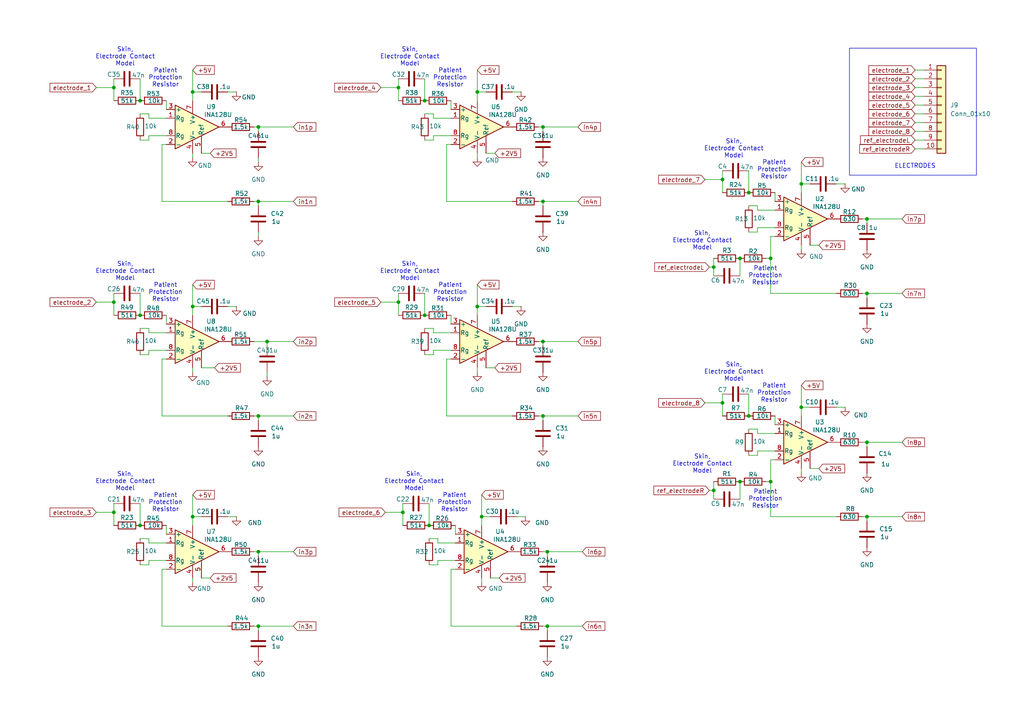
<source format=kicad_sch>
(kicad_sch (version 20231120) (generator "eeschema") (generator_version "8.0")
  (paper "A4")
  (junction (at 232.41 118.11))
  (junction (at 209.55 116.84))
  (junction (at 74.93 181.61))
  (junction (at 40.64 29.21))
  (junction (at 40.64 91.44))
  (junction (at 55.88 26.67))
  (junction (at 251.46 128.27))
  (junction (at 138.43 88.9))
  (junction (at 55.88 149.86))
  (junction (at 74.93 120.65))
  (junction (at 33.02 148.59))
  (junction (at 157.48 58.42))
  (junction (at 251.46 63.5))
  (junction (at 77.47 99.06))
  (junction (at 115.57 87.63))
  (junction (at 158.75 160.02))
  (junction (at 138.43 26.67))
  (junction (at 33.02 87.63))
  (junction (at 116.84 148.59))
  (junction (at 157.48 99.06))
  (junction (at 33.02 25.4))
  (junction (at 115.57 25.4))
  (junction (at 74.93 58.42))
  (junction (at 55.88 88.9))
  (junction (at 158.75 181.61))
  (junction (at 217.17 55.88))
  (junction (at 123.19 29.21))
  (junction (at 74.93 160.02))
  (junction (at 139.7 149.86))
  (junction (at 232.41 53.34))
  (junction (at 214.63 74.93))
  (junction (at 124.46 152.4))
  (junction (at 209.55 52.07))
  (junction (at 251.46 85.09))
  (junction (at 217.17 120.65))
  (junction (at 214.63 139.7))
  (junction (at 251.46 149.86))
  (junction (at 157.48 36.83))
  (junction (at 40.64 152.4))
  (junction (at 157.48 120.65))
  (junction (at 223.52 74.93))
  (junction (at 123.19 91.44))
  (junction (at 223.52 139.7))
  (junction (at 207.01 142.24))
  (junction (at 74.93 36.83))
  (junction (at 207.01 77.47))
  (wire (pts (xy 204.47 52.07) (xy 209.55 52.07)))
  (wire (pts (xy 132.08 157.48) (xy 127 157.48)))
  (wire (pts (xy 73.66 160.02) (xy 74.93 160.02)))
  (wire (pts (xy 43.18 102.87) (xy 40.64 102.87)))
  (wire (pts (xy 73.66 58.42) (xy 74.93 58.42)))
  (wire (pts (xy 55.88 26.67) (xy 58.42 26.67)))
  (wire (pts (xy 123.19 22.86) (xy 123.19 29.21)))
  (wire (pts (xy 138.43 91.44) (xy 138.43 88.9)))
  (wire (pts (xy 73.66 120.65) (xy 74.93 120.65)))
  (wire (pts (xy 48.26 91.44) (xy 48.26 93.98)))
  (wire (pts (xy 48.26 152.4) (xy 48.26 154.94)))
  (wire (pts (xy 77.47 99.06) (xy 85.09 99.06)))
  (wire (pts (xy 156.21 58.42) (xy 157.48 58.42)))
  (wire (pts (xy 74.93 67.31) (xy 74.93 68.58)))
  (wire (pts (xy 27.94 87.63) (xy 33.02 87.63)))
  (wire (pts (xy 48.26 162.56) (xy 43.18 162.56)))
  (wire (pts (xy 209.55 114.3) (xy 209.55 116.84)))
  (wire (pts (xy 115.57 25.4) (xy 115.57 29.21)))
  (wire (pts (xy 157.48 181.61) (xy 158.75 181.61)))
  (wire (pts (xy 251.46 128.27) (xy 251.46 129.54)))
  (wire (pts (xy 219.71 60.96) (xy 219.71 59.69)))
  (wire (pts (xy 157.48 160.02) (xy 158.75 160.02)))
  (wire (pts (xy 132.08 162.56) (xy 127 162.56)))
  (wire (pts (xy 148.59 26.67) (xy 151.13 26.67)))
  (wire (pts (xy 219.71 125.73) (xy 219.71 124.46)))
  (wire (pts (xy 205.74 142.24) (xy 207.01 142.24)))
  (wire (pts (xy 224.79 66.04) (xy 219.71 66.04)))
  (wire (pts (xy 116.84 146.05) (xy 116.84 148.59)))
  (wire (pts (xy 232.41 71.12) (xy 232.41 72.39)))
  (wire (pts (xy 73.66 181.61) (xy 74.93 181.61)))
  (wire (pts (xy 214.63 139.7) (xy 214.63 144.78)))
  (wire (pts (xy 55.88 152.4) (xy 55.88 149.86)))
  (wire (pts (xy 219.71 67.31) (xy 217.17 67.31)))
  (wire (pts (xy 149.86 181.61) (xy 130.81 181.61)))
  (wire (pts (xy 43.18 101.6) (xy 43.18 102.87)))
  (wire (pts (xy 251.46 63.5) (xy 261.62 63.5)))
  (wire (pts (xy 223.52 139.7) (xy 223.52 149.86)))
  (wire (pts (xy 224.79 125.73) (xy 219.71 125.73)))
  (wire (pts (xy 265.43 43.18) (xy 267.97 43.18)))
  (wire (pts (xy 237.49 135.89) (xy 234.95 135.89)))
  (wire (pts (xy 157.48 58.42) (xy 167.64 58.42)))
  (wire (pts (xy 242.57 53.34) (xy 245.11 53.34)))
  (wire (pts (xy 77.47 99.06) (xy 77.47 100.33)))
  (wire (pts (xy 74.93 181.61) (xy 74.93 182.88)))
  (wire (pts (xy 232.41 118.11) (xy 234.95 118.11)))
  (wire (pts (xy 217.17 49.53) (xy 217.17 55.88)))
  (wire (pts (xy 157.48 36.83) (xy 157.48 38.1)))
  (wire (pts (xy 125.73 101.6) (xy 125.73 102.87)))
  (wire (pts (xy 43.18 39.37) (xy 43.18 40.64)))
  (wire (pts (xy 55.88 106.68) (xy 55.88 107.95)))
  (wire (pts (xy 55.88 149.86) (xy 58.42 149.86)))
  (wire (pts (xy 158.75 181.61) (xy 168.91 181.61)))
  (wire (pts (xy 110.49 25.4) (xy 115.57 25.4)))
  (wire (pts (xy 232.41 111.76) (xy 232.41 118.11)))
  (wire (pts (xy 48.26 34.29) (xy 43.18 34.29)))
  (wire (pts (xy 219.71 59.69) (xy 217.17 59.69)))
  (wire (pts (xy 130.81 91.44) (xy 130.81 93.98)))
  (wire (pts (xy 40.64 146.05) (xy 40.64 152.4)))
  (wire (pts (xy 130.81 101.6) (xy 125.73 101.6)))
  (wire (pts (xy 123.19 85.09) (xy 123.19 91.44)))
  (wire (pts (xy 125.73 96.52) (xy 125.73 95.25)))
  (wire (pts (xy 48.26 157.48) (xy 43.18 157.48)))
  (wire (pts (xy 125.73 102.87) (xy 123.19 102.87)))
  (wire (pts (xy 40.64 22.86) (xy 40.64 29.21)))
  (wire (pts (xy 265.43 25.4) (xy 267.97 25.4)))
  (wire (pts (xy 48.26 104.14) (xy 46.99 104.14)))
  (wire (pts (xy 46.99 165.1) (xy 46.99 181.61)))
  (wire (pts (xy 74.93 36.83) (xy 85.09 36.83)))
  (wire (pts (xy 209.55 52.07) (xy 209.55 55.88)))
  (wire (pts (xy 125.73 34.29) (xy 125.73 33.02)))
  (wire (pts (xy 43.18 162.56) (xy 43.18 163.83)))
  (wire (pts (xy 158.75 160.02) (xy 168.91 160.02)))
  (wire (pts (xy 157.48 99.06) (xy 157.48 100.33)))
  (wire (pts (xy 265.43 35.56) (xy 267.97 35.56)))
  (wire (pts (xy 158.75 181.61) (xy 158.75 182.88)))
  (wire (pts (xy 115.57 22.86) (xy 115.57 25.4)))
  (wire (pts (xy 33.02 25.4) (xy 33.02 29.21)))
  (wire (pts (xy 125.73 33.02) (xy 123.19 33.02)))
  (wire (pts (xy 127 162.56) (xy 127 163.83)))
  (wire (pts (xy 74.93 58.42) (xy 85.09 58.42)))
  (wire (pts (xy 232.41 135.89) (xy 232.41 137.16)))
  (wire (pts (xy 33.02 146.05) (xy 33.02 148.59)))
  (wire (pts (xy 132.08 165.1) (xy 130.81 165.1)))
  (wire (pts (xy 43.18 96.52) (xy 43.18 95.25)))
  (wire (pts (xy 48.26 101.6) (xy 43.18 101.6)))
  (wire (pts (xy 130.81 104.14) (xy 129.54 104.14)))
  (wire (pts (xy 127 157.48) (xy 127 156.21)))
  (wire (pts (xy 138.43 82.55) (xy 138.43 88.9)))
  (wire (pts (xy 74.93 120.65) (xy 74.93 121.92)))
  (wire (pts (xy 116.84 148.59) (xy 116.84 152.4)))
  (wire (pts (xy 250.19 128.27) (xy 251.46 128.27)))
  (wire (pts (xy 157.48 120.65) (xy 157.48 121.92)))
  (wire (pts (xy 139.7 167.64) (xy 139.7 168.91)))
  (wire (pts (xy 242.57 85.09) (xy 223.52 85.09)))
  (wire (pts (xy 55.88 29.21) (xy 55.88 26.67)))
  (wire (pts (xy 265.43 38.1) (xy 267.97 38.1)))
  (wire (pts (xy 74.93 120.65) (xy 85.09 120.65)))
  (wire (pts (xy 66.04 120.65) (xy 46.99 120.65)))
  (wire (pts (xy 127 163.83) (xy 124.46 163.83)))
  (wire (pts (xy 60.96 167.64) (xy 58.42 167.64)))
  (wire (pts (xy 55.88 20.32) (xy 55.88 26.67)))
  (wire (pts (xy 138.43 106.68) (xy 138.43 107.95)))
  (wire (pts (xy 251.46 149.86) (xy 261.62 149.86)))
  (wire (pts (xy 125.73 95.25) (xy 123.19 95.25)))
  (wire (pts (xy 111.76 148.59) (xy 116.84 148.59)))
  (wire (pts (xy 62.23 106.68) (xy 58.42 106.68)))
  (wire (pts (xy 219.71 124.46) (xy 217.17 124.46)))
  (wire (pts (xy 148.59 58.42) (xy 129.54 58.42)))
  (wire (pts (xy 55.88 82.55) (xy 55.88 88.9)))
  (wire (pts (xy 43.18 156.21) (xy 40.64 156.21)))
  (wire (pts (xy 46.99 104.14) (xy 46.99 120.65)))
  (wire (pts (xy 74.93 160.02) (xy 74.93 161.29)))
  (wire (pts (xy 157.48 120.65) (xy 167.64 120.65)))
  (wire (pts (xy 251.46 85.09) (xy 251.46 86.36)))
  (wire (pts (xy 242.57 149.86) (xy 223.52 149.86)))
  (wire (pts (xy 205.74 77.47) (xy 207.01 77.47)))
  (wire (pts (xy 157.48 58.42) (xy 157.48 59.69)))
  (wire (pts (xy 251.46 63.5) (xy 251.46 64.77)))
  (wire (pts (xy 250.19 149.86) (xy 251.46 149.86)))
  (wire (pts (xy 48.26 165.1) (xy 46.99 165.1)))
  (wire (pts (xy 250.19 85.09) (xy 251.46 85.09)))
  (wire (pts (xy 139.7 152.4) (xy 139.7 149.86)))
  (wire (pts (xy 224.79 60.96) (xy 219.71 60.96)))
  (wire (pts (xy 125.73 39.37) (xy 125.73 40.64)))
  (wire (pts (xy 110.49 87.63) (xy 115.57 87.63)))
  (wire (pts (xy 27.94 25.4) (xy 33.02 25.4)))
  (wire (pts (xy 115.57 85.09) (xy 115.57 87.63)))
  (wire (pts (xy 130.81 165.1) (xy 130.81 181.61)))
  (wire (pts (xy 74.93 36.83) (xy 74.93 38.1)))
  (wire (pts (xy 48.26 41.91) (xy 46.99 41.91)))
  (wire (pts (xy 158.75 160.02) (xy 158.75 161.29)))
  (wire (pts (xy 74.93 45.72) (xy 74.93 46.99)))
  (wire (pts (xy 148.59 88.9) (xy 151.13 88.9)))
  (wire (pts (xy 157.48 36.83) (xy 167.64 36.83)))
  (wire (pts (xy 224.79 133.35) (xy 223.52 133.35)))
  (wire (pts (xy 55.88 88.9) (xy 58.42 88.9)))
  (wire (pts (xy 43.18 34.29) (xy 43.18 33.02)))
  (wire (pts (xy 219.71 132.08) (xy 217.17 132.08)))
  (wire (pts (xy 43.18 33.02) (xy 40.64 33.02)))
  (wire (pts (xy 33.02 148.59) (xy 33.02 152.4)))
  (wire (pts (xy 207.01 142.24) (xy 207.01 144.78)))
  (wire (pts (xy 33.02 85.09) (xy 33.02 87.63)))
  (wire (pts (xy 149.86 149.86) (xy 152.4 149.86)))
  (wire (pts (xy 27.94 148.59) (xy 33.02 148.59)))
  (wire (pts (xy 219.71 130.81) (xy 219.71 132.08)))
  (wire (pts (xy 55.88 91.44) (xy 55.88 88.9)))
  (wire (pts (xy 156.21 36.83) (xy 157.48 36.83)))
  (wire (pts (xy 223.52 74.93) (xy 222.25 74.93)))
  (wire (pts (xy 66.04 88.9) (xy 68.58 88.9)))
  (wire (pts (xy 251.46 128.27) (xy 261.62 128.27)))
  (wire (pts (xy 124.46 146.05) (xy 124.46 152.4)))
  (wire (pts (xy 130.81 29.21) (xy 130.81 31.75)))
  (wire (pts (xy 129.54 41.91) (xy 129.54 58.42)))
  (wire (pts (xy 224.79 68.58) (xy 223.52 68.58)))
  (wire (pts (xy 48.26 29.21) (xy 48.26 31.75)))
  (wire (pts (xy 143.51 106.68) (xy 140.97 106.68)))
  (wire (pts (xy 129.54 104.14) (xy 129.54 120.65)))
  (wire (pts (xy 207.01 77.47) (xy 207.01 80.01)))
  (wire (pts (xy 224.79 55.88) (xy 224.79 58.42)))
  (wire (pts (xy 138.43 88.9) (xy 140.97 88.9)))
  (wire (pts (xy 130.81 34.29) (xy 125.73 34.29)))
  (wire (pts (xy 251.46 149.86) (xy 251.46 151.13)))
  (wire (pts (xy 132.08 152.4) (xy 132.08 154.94)))
  (wire (pts (xy 237.49 71.12) (xy 234.95 71.12)))
  (wire (pts (xy 144.78 167.64) (xy 142.24 167.64)))
  (wire (pts (xy 207.01 74.93) (xy 207.01 77.47)))
  (wire (pts (xy 223.52 139.7) (xy 222.25 139.7)))
  (wire (pts (xy 46.99 41.91) (xy 46.99 58.42)))
  (wire (pts (xy 143.51 44.45) (xy 140.97 44.45)))
  (wire (pts (xy 33.02 87.63) (xy 33.02 91.44)))
  (wire (pts (xy 43.18 95.25) (xy 40.64 95.25)))
  (wire (pts (xy 55.88 44.45) (xy 55.88 45.72)))
  (wire (pts (xy 40.64 85.09) (xy 40.64 91.44)))
  (wire (pts (xy 55.88 167.64) (xy 55.88 168.91)))
  (wire (pts (xy 217.17 114.3) (xy 217.17 120.65)))
  (wire (pts (xy 265.43 20.32) (xy 267.97 20.32)))
  (wire (pts (xy 43.18 157.48) (xy 43.18 156.21)))
  (wire (pts (xy 224.79 120.65) (xy 224.79 123.19)))
  (wire (pts (xy 157.48 99.06) (xy 167.64 99.06)))
  (wire (pts (xy 232.41 46.99) (xy 232.41 53.34)))
  (wire (pts (xy 60.96 44.45) (xy 58.42 44.45)))
  (wire (pts (xy 219.71 66.04) (xy 219.71 67.31)))
  (wire (pts (xy 207.01 139.7) (xy 207.01 142.24)))
  (wire (pts (xy 77.47 107.95) (xy 77.47 109.22)))
  (wire (pts (xy 232.41 120.65) (xy 232.41 118.11)))
  (wire (pts (xy 223.52 74.93) (xy 223.52 85.09)))
  (wire (pts (xy 115.57 87.63) (xy 115.57 91.44)))
  (wire (pts (xy 148.59 120.65) (xy 129.54 120.65)))
  (wire (pts (xy 265.43 33.02) (xy 267.97 33.02)))
  (wire (pts (xy 66.04 181.61) (xy 46.99 181.61)))
  (wire (pts (xy 74.93 58.42) (xy 74.93 59.69)))
  (wire (pts (xy 130.81 96.52) (xy 125.73 96.52)))
  (wire (pts (xy 156.21 99.06) (xy 157.48 99.06)))
  (wire (pts (xy 265.43 40.64) (xy 267.97 40.64)))
  (wire (pts (xy 214.63 74.93) (xy 214.63 80.01)))
  (wire (pts (xy 125.73 40.64) (xy 123.19 40.64)))
  (wire (pts (xy 43.18 163.83) (xy 40.64 163.83)))
  (wire (pts (xy 156.21 120.65) (xy 157.48 120.65)))
  (wire (pts (xy 73.66 36.83) (xy 74.93 36.83)))
  (wire (pts (xy 265.43 30.48) (xy 267.97 30.48)))
  (wire (pts (xy 138.43 44.45) (xy 138.43 45.72)))
  (wire (pts (xy 223.52 68.58) (xy 223.52 74.93)))
  (wire (pts (xy 55.88 143.51) (xy 55.88 149.86)))
  (wire (pts (xy 73.66 99.06) (xy 77.47 99.06)))
  (wire (pts (xy 265.43 27.94) (xy 267.97 27.94)))
  (wire (pts (xy 251.46 85.09) (xy 261.62 85.09)))
  (wire (pts (xy 127 156.21) (xy 124.46 156.21)))
  (wire (pts (xy 48.26 96.52) (xy 43.18 96.52)))
  (wire (pts (xy 138.43 26.67) (xy 140.97 26.67)))
  (wire (pts (xy 74.93 181.61) (xy 85.09 181.61)))
  (wire (pts (xy 48.26 39.37) (xy 43.18 39.37)))
  (wire (pts (xy 242.57 118.11) (xy 245.11 118.11)))
  (wire (pts (xy 139.7 143.51) (xy 139.7 149.86)))
  (wire (pts (xy 43.18 40.64) (xy 40.64 40.64)))
  (wire (pts (xy 130.81 41.91) (xy 129.54 41.91)))
  (wire (pts (xy 224.79 130.81) (xy 219.71 130.81)))
  (wire (pts (xy 66.04 149.86) (xy 68.58 149.86)))
  (wire (pts (xy 138.43 29.21) (xy 138.43 26.67)))
  (wire (pts (xy 66.04 26.67) (xy 68.58 26.67)))
  (wire (pts (xy 232.41 55.88) (xy 232.41 53.34)))
  (wire (pts (xy 265.43 22.86) (xy 267.97 22.86)))
  (wire (pts (xy 232.41 53.34) (xy 234.95 53.34)))
  (wire (pts (xy 250.19 63.5) (xy 251.46 63.5)))
  (wire (pts (xy 139.7 149.86) (xy 142.24 149.86)))
  (wire (pts (xy 138.43 20.32) (xy 138.43 26.67)))
  (wire (pts (xy 66.04 58.42) (xy 46.99 58.42)))
  (wire (pts (xy 204.47 116.84) (xy 209.55 116.84)))
  (wire (pts (xy 209.55 116.84) (xy 209.55 120.65)))
  (wire (pts (xy 209.55 49.53) (xy 209.55 52.07)))
  (wire (pts (xy 33.02 22.86) (xy 33.02 25.4)))
  (wire (pts (xy 130.81 39.37) (xy 125.73 39.37)))
  (wire (pts (xy 74.93 160.02) (xy 85.09 160.02)))
  (wire (pts (xy 223.52 133.35) (xy 223.52 139.7)))
  (rectangle (start 246.38 13.97) (end 283.21 50.8))
  (text "Skin,\nElectrode Contact\nModel" (at 36.322 78.74 0) (effects (font (size 1.27 1.27))))
  (text "Skin,\nElectrode Contact\nModel" (at 36.322 16.51 0) (effects (font (size 1.27 1.27))))
  (text "Skin,\nElectrode Contact\nModel" (at 212.852 107.95 0) (effects (font (size 1.27 1.27))))
  (text "Skin,\nElectrode Contact\nModel" (at 203.708 69.85 0) (effects (font (size 1.27 1.27))))
  (text "Skin,\nElectrode Contact\nModel" (at 118.872 78.74 0) (effects (font (size 1.27 1.27))))
  (text "Patient\nProtection\nResistor" (at 221.996 80.01 0) (effects (font (size 1.27 1.27))))
  (text "Patient\nProtection\nResistor" (at 224.536 114.046 0) (effects (font (size 1.27 1.27))))
  (text "Patient\nProtection\nResistor" (at 224.536 49.276 0) (effects (font (size 1.27 1.27))))
  (text "Patient\nProtection\nResistor" (at 130.556 22.606 0) (effects (font (size 1.27 1.27))))
  (text "Skin,\nElectrode Contact\nModel" (at 118.872 16.51 0) (effects (font (size 1.27 1.27))))
  (text "Skin,\nElectrode Contact\nModel" (at 36.322 139.7 0) (effects (font (size 1.27 1.27))))
  (text "Patient\nProtection\nResistor" (at 48.006 22.606 0) (effects (font (size 1.27 1.27))))
  (text "Skin,\nElectrode Contact\nModel" (at 120.142 139.7 0) (effects (font (size 1.27 1.27))))
  (text "Patient\nProtection\nResistor" (at 48.006 84.836 0) (effects (font (size 1.27 1.27))))
  (text "Patient\nProtection\nResistor" (at 221.996 144.78 0) (effects (font (size 1.27 1.27))))
  (text "Skin,\nElectrode Contact\nModel" (at 203.708 134.62 0) (effects (font (size 1.27 1.27))))
  (text "Skin,\nElectrode Contact\nModel" (at 212.852 43.18 0) (effects (font (size 1.27 1.27))))
  (text "Patient\nProtection\nResistor" (at 130.556 84.836 0) (effects (font (size 1.27 1.27))))
  (text "Patient\nProtection\nResistor" (at 131.826 145.796 0) (effects (font (size 1.27 1.27))))
  (text "ELECTRODES" (at 265.43 48.26 0) (effects (font (size 1.27 1.27))))
  (text "Patient\nProtection\nResistor" (at 48.006 145.796 0) (effects (font (size 1.27 1.27))))
  (global_label "+2V5" (shape input) (at 143.51 106.68 0) (property "Intersheetrefs" "${INTERSHEET_REFS}" (effects (hide yes))))
  (global_label "in7n" (shape input) (at 261.62 85.09 0) (property "Intersheetrefs" "${INTERSHEET_REFS}" (effects (hide yes))))
  (global_label "ref_electrodeL" (shape input) (at 265.43 40.64 180) (property "Intersheetrefs" "${INTERSHEET_REFS}" (effects (hide yes))))
  (global_label "in1p" (shape input) (at 85.09 36.83 0) (property "Intersheetrefs" "${INTERSHEET_REFS}" (effects (hide yes))))
  (global_label "+5V" (shape input) (at 138.43 20.32 0) (property "Intersheetrefs" "${INTERSHEET_REFS}" (effects (hide yes))))
  (global_label "electrode_2" (shape input) (at 265.43 22.86 180) (property "Intersheetrefs" "${INTERSHEET_REFS}" (effects (hide yes))))
  (global_label "in2n" (shape input) (at 85.09 120.65 0) (property "Intersheetrefs" "${INTERSHEET_REFS}" (effects (hide yes))))
  (global_label "in4p" (shape input) (at 167.64 36.83 0) (property "Intersheetrefs" "${INTERSHEET_REFS}" (effects (hide yes))))
  (global_label "electrode_5" (shape input) (at 265.43 30.48 180) (property "Intersheetrefs" "${INTERSHEET_REFS}" (effects (hide yes))))
  (global_label "in5n" (shape input) (at 167.64 120.65 0) (property "Intersheetrefs" "${INTERSHEET_REFS}" (effects (hide yes))))
  (global_label "electrode_8" (shape input) (at 265.43 38.1 180) (property "Intersheetrefs" "${INTERSHEET_REFS}" (effects (hide yes))))
  (global_label "electrode_6" (shape input) (at 111.76 148.59 180) (property "Intersheetrefs" "${INTERSHEET_REFS}" (effects (hide yes))))
  (global_label "electrode_6" (shape input) (at 265.43 33.02 180) (property "Intersheetrefs" "${INTERSHEET_REFS}" (effects (hide yes))))
  (global_label "+2V5" (shape input) (at 143.51 44.45 0) (property "Intersheetrefs" "${INTERSHEET_REFS}" (effects (hide yes))))
  (global_label "+5V" (shape input) (at 232.41 46.99 0) (property "Intersheetrefs" "${INTERSHEET_REFS}" (effects (hide yes))))
  (global_label "electrode_2" (shape input) (at 27.94 87.63 180) (property "Intersheetrefs" "${INTERSHEET_REFS}" (effects (hide yes))))
  (global_label "ref_electrodeR" (shape input) (at 265.43 43.18 180) (property "Intersheetrefs" "${INTERSHEET_REFS}" (effects (hide yes))))
  (global_label "+5V" (shape input) (at 139.7 143.51 0) (property "Intersheetrefs" "${INTERSHEET_REFS}" (effects (hide yes))))
  (global_label "+5V" (shape input) (at 232.41 111.76 0) (property "Intersheetrefs" "${INTERSHEET_REFS}" (effects (hide yes))))
  (global_label "in3p" (shape input) (at 85.09 160.02 0) (property "Intersheetrefs" "${INTERSHEET_REFS}" (effects (hide yes))))
  (global_label "electrode_1" (shape input) (at 265.43 20.32 180) (property "Intersheetrefs" "${INTERSHEET_REFS}" (effects (hide yes))))
  (global_label "+5V" (shape input) (at 55.88 20.32 0) (property "Intersheetrefs" "${INTERSHEET_REFS}" (effects (hide yes))))
  (global_label "in5p" (shape input) (at 167.64 99.06 0) (property "Intersheetrefs" "${INTERSHEET_REFS}" (effects (hide yes))))
  (global_label "electrode_4" (shape input) (at 110.49 25.4 180) (property "Intersheetrefs" "${INTERSHEET_REFS}" (effects (hide yes))))
  (global_label "ref_electrodeR" (shape input) (at 205.74 142.24 180) (property "Intersheetrefs" "${INTERSHEET_REFS}" (effects (hide yes))))
  (global_label "+5V" (shape input) (at 55.88 143.51 0) (property "Intersheetrefs" "${INTERSHEET_REFS}" (effects (hide yes))))
  (global_label "in4n" (shape input) (at 167.64 58.42 0) (property "Intersheetrefs" "${INTERSHEET_REFS}" (effects (hide yes))))
  (global_label "in6p" (shape input) (at 168.91 160.02 0) (property "Intersheetrefs" "${INTERSHEET_REFS}" (effects (hide yes))))
  (global_label "+2V5" (shape input) (at 60.96 167.64 0) (property "Intersheetrefs" "${INTERSHEET_REFS}" (effects (hide yes))))
  (global_label "in3n" (shape input) (at 85.09 181.61 0) (property "Intersheetrefs" "${INTERSHEET_REFS}" (effects (hide yes))))
  (global_label "electrode_8" (shape input) (at 204.47 116.84 180) (property "Intersheetrefs" "${INTERSHEET_REFS}" (effects (hide yes))))
  (global_label "+2V5" (shape input) (at 60.96 44.45 0) (property "Intersheetrefs" "${INTERSHEET_REFS}" (effects (hide yes))))
  (global_label "ref_electrodeL" (shape input) (at 205.74 77.47 180) (property "Intersheetrefs" "${INTERSHEET_REFS}" (effects (hide yes))))
  (global_label "+2V5" (shape input) (at 237.49 135.89 0) (property "Intersheetrefs" "${INTERSHEET_REFS}" (effects (hide yes))))
  (global_label "in6n" (shape input) (at 168.91 181.61 0) (property "Intersheetrefs" "${INTERSHEET_REFS}" (effects (hide yes))))
  (global_label "+2V5" (shape input) (at 62.23 106.68 0) (property "Intersheetrefs" "${INTERSHEET_REFS}" (effects (hide yes))))
  (global_label "+5V" (shape input) (at 138.43 82.55 0) (property "Intersheetrefs" "${INTERSHEET_REFS}" (effects (hide yes))))
  (global_label "electrode_7" (shape input) (at 265.43 35.56 180) (property "Intersheetrefs" "${INTERSHEET_REFS}" (effects (hide yes))))
  (global_label "+2V5" (shape input) (at 237.49 71.12 0) (property "Intersheetrefs" "${INTERSHEET_REFS}" (effects (hide yes))))
  (global_label "+5V" (shape input) (at 55.88 82.55 0) (property "Intersheetrefs" "${INTERSHEET_REFS}" (effects (hide yes))))
  (global_label "electrode_3" (shape input) (at 265.43 25.4 180) (property "Intersheetrefs" "${INTERSHEET_REFS}" (effects (hide yes))))
  (global_label "electrode_1" (shape input) (at 27.94 25.4 180) (property "Intersheetrefs" "${INTERSHEET_REFS}" (effects (hide yes))))
  (global_label "+2V5" (shape input) (at 144.78 167.64 0) (property "Intersheetrefs" "${INTERSHEET_REFS}" (effects (hide yes))))
  (global_label "electrode_3" (shape input) (at 27.94 148.59 180) (property "Intersheetrefs" "${INTERSHEET_REFS}" (effects (hide yes))))
  (global_label "in8p" (shape input) (at 261.62 128.27 0) (property "Intersheetrefs" "${INTERSHEET_REFS}" (effects (hide yes))))
  (global_label "in8n" (shape input) (at 261.62 149.86 0) (property "Intersheetrefs" "${INTERSHEET_REFS}" (effects (hide yes))))
  (global_label "in2p" (shape input) (at 85.09 99.06 0) (property "Intersheetrefs" "${INTERSHEET_REFS}" (effects (hide yes))))
  (global_label "electrode_7" (shape input) (at 204.47 52.07 180) (property "Intersheetrefs" "${INTERSHEET_REFS}" (effects (hide yes))))
  (global_label "electrode_4" (shape input) (at 265.43 27.94 180) (property "Intersheetrefs" "${INTERSHEET_REFS}" (effects (hide yes))))
  (global_label "in7p" (shape input) (at 261.62 63.5 0) (property "Intersheetrefs" "${INTERSHEET_REFS}" (effects (hide yes))))
  (global_label "in1n" (shape input) (at 85.09 58.42 0) (property "Intersheetrefs" "${INTERSHEET_REFS}" (effects (hide yes))))
  (global_label "electrode_5" (shape input) (at 110.49 87.63 180) (property "Intersheetrefs" "${INTERSHEET_REFS}" (effects (hide yes))))
  (symbol (lib_id "Device:R") (at 127 91.44 90) (unit 1)
    (property "Reference" "R31" (at 127 89.408 90))
    (property "Value" "10k" (at 127.254 91.44 90))
    (property "Footprint" "Resistor_SMD:R_0603_1608Metric" (effects (hide yes)))
    (property "Description" "Resistor" (effects (hide yes)))
  )
  (symbol (lib_id "Device:R") (at 210.82 74.93 90) (unit 1)
    (property "Reference" "R3" (at 210.82 72.644 90))
    (property "Value" "51k" (at 210.82 74.93 90))
    (property "Footprint" "Resistor_SMD:R_0603_1608Metric" (effects (hide yes)))
    (property "Description" "Resistor" (effects (hide yes)))
  )
  (symbol (lib_id "Amplifier_Instrumentation:INA128") (at 138.43 36.83 0) (unit 1)
    (property "Reference" "U6" (at 143.764 30.988 0))
    (property "Value" "INA128U" (at 145.796 33.274 0))
    (property "Footprint" "Package_SO:SOIC-8_3.9x4.9mm_P1.27mm" (effects (hide yes)))
    (property "Datasheet" "http://www.ti.com/lit/ds/symlink/ina128.pdf" (effects (hide yes)))
    (property "Description" "Precision, Low Power Instrumentation Amplifier G = 1 + 50kOhm/Rg, DIP-8/SOIC-8" (effects (hide yes)))
  )
  (symbol (lib_id "Device:C") (at 74.93 41.91 0) (unit 1)
    (property "Reference" "C46" (at 71.882 39.37 0) (effects (justify left)))
    (property "Value" "1u" (at 75.438 39.37 0) (effects (justify left)))
    (property "Footprint" "Capacitor_SMD:C_0603_1608Metric" (effects (hide yes)))
    (property "Description" "Unpolarized capacitor" (effects (hide yes)))
  )
  (symbol (lib_id "Device:R") (at 36.83 91.44 90) (unit 1)
    (property "Reference" "R49" (at 36.83 89.154 90))
    (property "Value" "51k" (at 36.83 91.44 90))
    (property "Footprint" "Resistor_SMD:R_0603_1608Metric" (effects (hide yes)))
    (property "Description" "Resistor" (effects (hide yes)))
  )
  (symbol (lib_id "Device:C") (at 157.48 63.5 0) (unit 1)
    (property "Reference" "C39" (at 161.036 61.976 0) (effects (justify left)))
    (property "Value" "1u" (at 161.29 64.262 0) (effects (justify left)))
    (property "Footprint" "Capacitor_SMD:C_0603_1608Metric" (effects (hide yes)))
    (property "Description" "Unpolarized capacitor" (effects (hide yes)))
  )
  (symbol (lib_id "Device:C") (at 157.48 104.14 0) (unit 1)
    (property "Reference" "C33" (at 154.432 101.6 0) (effects (justify left)))
    (property "Value" "1u" (at 157.988 101.6 0) (effects (justify left)))
    (property "Footprint" "Capacitor_SMD:C_0603_1608Metric" (effects (hide yes)))
    (property "Description" "Unpolarized capacitor" (effects (hide yes)))
  )
  (symbol (lib_id "Device:R") (at 217.17 63.5 0) (unit 1)
    (property "Reference" "R13" (at 213.106 63.5 0) (effects (justify left)))
    (property "Value" "10k" (at 218.44 63.246 0) (effects (justify left)))
    (property "Footprint" "Resistor_SMD:R_0603_1608Metric" (effects (hide yes)))
    (property "Description" "Resistor" (effects (hide yes)))
  )
  (symbol (lib_id "Device:R") (at 40.64 99.06 0) (unit 1)
    (property "Reference" "R46" (at 36.576 99.06 0) (effects (justify left)))
    (property "Value" "10k" (at 41.91 98.806 0) (effects (justify left)))
    (property "Footprint" "Resistor_SMD:R_0603_1608Metric" (effects (hide yes)))
    (property "Description" "Resistor" (effects (hide yes)))
  )
  (symbol (lib_id "Device:C") (at 251.46 133.35 0) (unit 1)
    (property "Reference" "C14" (at 254.762 131.572 0) (effects (justify left)))
    (property "Value" "1u" (at 255.524 134.62 0) (effects (justify left)))
    (property "Footprint" "Capacitor_SMD:C_0603_1608Metric" (effects (hide yes)))
    (property "Description" "Unpolarized capacitor" (effects (hide yes)))
  )
  (symbol (lib_id "Device:R") (at 213.36 55.88 90) (unit 1)
    (property "Reference" "R24" (at 213.36 53.594 90))
    (property "Value" "51k" (at 213.36 55.88 90))
    (property "Footprint" "Resistor_SMD:R_0603_1608Metric" (effects (hide yes)))
    (property "Description" "Resistor" (effects (hide yes)))
  )
  (symbol (lib_id "Device:R") (at 119.38 29.21 90) (unit 1)
    (property "Reference" "R38" (at 119.38 26.924 90))
    (property "Value" "51k" (at 119.38 29.21 90))
    (property "Footprint" "Resistor_SMD:R_0603_1608Metric" (effects (hide yes)))
    (property "Description" "Resistor" (effects (hide yes)))
  )
  (symbol (lib_id "Amplifier_Instrumentation:INA128") (at 232.41 63.5 0) (unit 1)
    (property "Reference" "U2" (at 237.744 57.658 0))
    (property "Value" "INA128U" (at 239.776 59.944 0))
    (property "Footprint" "Package_SO:SOIC-8_3.9x4.9mm_P1.27mm" (effects (hide yes)))
    (property "Datasheet" "http://www.ti.com/lit/ds/symlink/ina128.pdf" (effects (hide yes)))
    (property "Description" "Precision, Low Power Instrumentation Amplifier G = 1 + 50kOhm/Rg, DIP-8/SOIC-8" (effects (hide yes)))
  )
  (symbol (lib_id "power:GND") (at 157.48 107.95 0) (unit 1)
    (property "Reference" "#PWR017" (effects (hide yes)))
    (property "Value" "GND" (at 157.48 113.03 0))
    (property "Description" "Power symbol creates a global label with name \"GND\" , ground" (effects (hide yes)))
  )
  (symbol (lib_id "Device:C") (at 157.48 125.73 0) (unit 1)
    (property "Reference" "C31" (at 161.036 124.206 0) (effects (justify left)))
    (property "Value" "1u" (at 161.29 126.492 0) (effects (justify left)))
    (property "Footprint" "Capacitor_SMD:C_0603_1608Metric" (effects (hide yes)))
    (property "Description" "Unpolarized capacitor" (effects (hide yes)))
  )
  (symbol (lib_id "power:GND") (at 74.93 168.91 0) (unit 1)
    (property "Reference" "#PWR012" (effects (hide yes)))
    (property "Value" "GND" (at 74.93 173.99 0))
    (property "Description" "Power symbol creates a global label with name \"GND\" , ground" (effects (hide yes)))
  )
  (symbol (lib_id "power:GND") (at 151.13 26.67 0) (unit 1)
    (property "Reference" "#PWR046" (effects (hide yes)))
    (property "Value" "GND" (at 151.13 31.75 0))
    (property "Description" "Power symbol creates a global label with name \"GND\" , ground" (effects (hide yes)))
  )
  (symbol (lib_id "Device:R") (at 44.45 152.4 90) (unit 1)
    (property "Reference" "R45" (at 44.45 150.368 90))
    (property "Value" "10k" (at 44.704 152.4 90))
    (property "Footprint" "Resistor_SMD:R_0603_1608Metric" (effects (hide yes)))
    (property "Description" "Resistor" (effects (hide yes)))
  )
  (symbol (lib_id "Amplifier_Instrumentation:INA128") (at 55.88 160.02 0) (unit 1)
    (property "Reference" "U7" (at 61.214 154.178 0))
    (property "Value" "INA128U" (at 63.246 156.464 0))
    (property "Footprint" "Package_SO:SOIC-8_3.9x4.9mm_P1.27mm" (effects (hide yes)))
    (property "Datasheet" "http://www.ti.com/lit/ds/symlink/ina128.pdf" (effects (hide yes)))
    (property "Description" "Precision, Low Power Instrumentation Amplifier G = 1 + 50kOhm/Rg, DIP-8/SOIC-8" (effects (hide yes)))
  )
  (symbol (lib_id "Device:R") (at 69.85 181.61 90) (unit 1)
    (property "Reference" "R44" (at 70.104 179.324 90))
    (property "Value" "1.5k" (at 69.85 181.61 90))
    (property "Footprint" "Resistor_SMD:R_0603_1608Metric" (effects (hide yes)))
    (property "Description" "Resistor" (effects (hide yes)))
  )
  (symbol (lib_id "Amplifier_Instrumentation:INA128") (at 55.88 99.06 0) (unit 1)
    (property "Reference" "U8" (at 61.214 93.218 0))
    (property "Value" "INA128U" (at 63.246 95.504 0))
    (property "Footprint" "Package_SO:SOIC-8_3.9x4.9mm_P1.27mm" (effects (hide yes)))
    (property "Datasheet" "http://www.ti.com/lit/ds/symlink/ina128.pdf" (effects (hide yes)))
    (property "Description" "Precision, Low Power Instrumentation Amplifier G = 1 + 50kOhm/Rg, DIP-8/SOIC-8" (effects (hide yes)))
  )
  (symbol (lib_id "Device:R") (at 119.38 91.44 90) (unit 1)
    (property "Reference" "R29" (at 119.38 89.154 90))
    (property "Value" "51k" (at 119.38 91.44 90))
    (property "Footprint" "Resistor_SMD:R_0603_1608Metric" (effects (hide yes)))
    (property "Description" "Resistor" (effects (hide yes)))
  )
  (symbol (lib_id "Device:R") (at 152.4 36.83 90) (unit 1)
    (property "Reference" "R42" (at 152.4 34.798 90))
    (property "Value" "1.5k" (at 152.4 36.83 90))
    (property "Footprint" "Resistor_SMD:R_0603_1608Metric" (effects (hide yes)))
    (property "Description" "Resistor" (effects (hide yes)))
  )
  (symbol (lib_id "Amplifier_Instrumentation:INA128") (at 232.41 128.27 0) (unit 1)
    (property "Reference" "U3" (at 237.744 122.428 0))
    (property "Value" "INA128U" (at 239.776 124.714 0))
    (property "Footprint" "Package_SO:SOIC-8_3.9x4.9mm_P1.27mm" (effects (hide yes)))
    (property "Datasheet" "http://www.ti.com/lit/ds/symlink/ina128.pdf" (effects (hide yes)))
    (property "Description" "Precision, Low Power Instrumentation Amplifier G = 1 + 50kOhm/Rg, DIP-8/SOIC-8" (effects (hide yes)))
  )
  (symbol (lib_id "power:GND") (at 157.48 67.31 0) (unit 1)
    (property "Reference" "#PWR018" (effects (hide yes)))
    (property "Value" "GND" (at 157.48 72.39 0))
    (property "Description" "Power symbol creates a global label with name \"GND\" , ground" (effects (hide yes)))
  )
  (symbol (lib_id "Device:C") (at 77.47 104.14 0) (unit 1)
    (property "Reference" "C43" (at 74.422 101.6 0) (effects (justify left)))
    (property "Value" "1u" (at 77.978 101.6 0) (effects (justify left)))
    (property "Footprint" "Capacitor_SMD:C_0603_1608Metric" (effects (hide yes)))
    (property "Description" "Unpolarized capacitor" (effects (hide yes)))
  )
  (symbol (lib_id "Device:R") (at 218.44 139.7 90) (unit 1)
    (property "Reference" "R4" (at 218.44 137.668 90))
    (property "Value" "10k" (at 218.694 139.7 90))
    (property "Footprint" "Resistor_SMD:R_0603_1608Metric" (effects (hide yes)))
    (property "Description" "Resistor" (effects (hide yes)))
  )
  (symbol (lib_id "Device:R") (at 153.67 160.02 90) (unit 1)
    (property "Reference" "R33" (at 153.67 157.988 90))
    (property "Value" "1.5k" (at 153.67 160.02 90))
    (property "Footprint" "Resistor_SMD:R_0603_1608Metric" (effects (hide yes)))
    (property "Description" "Resistor" (effects (hide yes)))
  )
  (symbol (lib_id "Device:C") (at 74.93 125.73 0) (unit 1)
    (property "Reference" "C44" (at 78.486 124.206 0) (effects (justify left)))
    (property "Value" "1u" (at 78.74 126.492 0) (effects (justify left)))
    (property "Footprint" "Capacitor_SMD:C_0603_1608Metric" (effects (hide yes)))
    (property "Description" "Unpolarized capacitor" (effects (hide yes)))
  )
  (symbol (lib_id "Device:C") (at 36.83 146.05 90) (unit 1)
    (property "Reference" "C21" (at 33.02 144.78 90))
    (property "Value" "47n" (at 40.132 145.034 90))
    (property "Footprint" "Capacitor_SMD:C_0603_1608Metric" (effects (hide yes)))
    (property "Description" "Unpolarized capacitor" (effects (hide yes)))
  )
  (symbol (lib_id "Device:R") (at 246.38 128.27 90) (unit 1)
    (property "Reference" "R10" (at 246.38 126.238 90))
    (property "Value" "630" (at 246.38 128.27 90))
    (property "Footprint" "Resistor_SMD:R_0603_1608Metric" (effects (hide yes)))
    (property "Description" "Resistor" (effects (hide yes)))
  )
  (symbol (lib_id "Device:R") (at 220.98 120.65 90) (unit 1)
    (property "Reference" "R6" (at 220.98 118.618 90))
    (property "Value" "10k" (at 221.234 120.65 90))
    (property "Footprint" "Resistor_SMD:R_0603_1608Metric" (effects (hide yes)))
    (property "Description" "Resistor" (effects (hide yes)))
  )
  (symbol (lib_id "Device:R") (at 246.38 63.5 90) (unit 1)
    (property "Reference" "R12" (at 246.38 61.468 90))
    (property "Value" "630" (at 246.38 63.5 90))
    (property "Footprint" "Resistor_SMD:R_0603_1608Metric" (effects (hide yes)))
    (property "Description" "Resistor" (effects (hide yes)))
  )
  (symbol (lib_id "Device:R") (at 213.36 120.65 90) (unit 1)
    (property "Reference" "R7" (at 213.36 118.364 90))
    (property "Value" "51k" (at 213.36 120.65 90))
    (property "Footprint" "Resistor_SMD:R_0603_1608Metric" (effects (hide yes)))
    (property "Description" "Resistor" (effects (hide yes)))
  )
  (symbol (lib_id "Device:C") (at 62.23 26.67 90) (unit 1)
    (property "Reference" "C38" (at 58.928 25.146 90))
    (property "Value" ".1u" (at 65.278 25.146 90))
    (property "Footprint" "Capacitor_SMD:C_0603_1608Metric" (effects (hide yes)))
    (property "Description" "Unpolarized capacitor" (effects (hide yes)))
  )
  (symbol (lib_id "Device:C") (at 213.36 114.3 90) (unit 1)
    (property "Reference" "C7" (at 209.55 113.03 90))
    (property "Value" "47n" (at 216.662 113.284 90))
    (property "Footprint" "Capacitor_SMD:C_0603_1608Metric" (effects (hide yes)))
    (property "Description" "Unpolarized capacitor" (effects (hide yes)))
  )
  (symbol (lib_id "Device:C") (at 210.82 144.78 90) (unit 1)
    (property "Reference" "C5" (at 207.518 146.05 90))
    (property "Value" "47n" (at 214.122 146.304 90))
    (property "Footprint" "Capacitor_SMD:C_0603_1608Metric" (effects (hide yes)))
    (property "Description" "Unpolarized capacitor" (effects (hide yes)))
  )
  (symbol (lib_id "power:GND") (at 251.46 72.39 0) (unit 1)
    (property "Reference" "#PWR020" (effects (hide yes)))
    (property "Value" "GND" (at 251.46 77.47 0))
    (property "Description" "Power symbol creates a global label with name \"GND\" , ground" (effects (hide yes)))
  )
  (symbol (lib_id "Device:C") (at 74.93 63.5 0) (unit 1)
    (property "Reference" "C42" (at 78.486 61.976 0) (effects (justify left)))
    (property "Value" "1u" (at 78.74 64.262 0) (effects (justify left)))
    (property "Footprint" "Capacitor_SMD:C_0603_1608Metric" (effects (hide yes)))
    (property "Description" "Unpolarized capacitor" (effects (hide yes)))
  )
  (symbol (lib_id "power:GND") (at 157.48 129.54 0) (unit 1)
    (property "Reference" "#PWR016" (effects (hide yes)))
    (property "Value" "GND" (at 157.48 134.62 0))
    (property "Description" "Power symbol creates a global label with name \"GND\" , ground" (effects (hide yes)))
  )
  (symbol (lib_id "Device:C") (at 74.93 186.69 0) (unit 1)
    (property "Reference" "C40" (at 78.486 185.166 0) (effects (justify left)))
    (property "Value" "1u" (at 78.74 187.452 0) (effects (justify left)))
    (property "Footprint" "Capacitor_SMD:C_0603_1608Metric" (effects (hide yes)))
    (property "Description" "Unpolarized capacitor" (effects (hide yes)))
  )
  (symbol (lib_id "power:GND") (at 158.75 168.91 0) (unit 1)
    (property "Reference" "#PWR015" (effects (hide yes)))
    (property "Value" "GND" (at 158.75 173.99 0))
    (property "Description" "Power symbol creates a global label with name \"GND\" , ground" (effects (hide yes)))
  )
  (symbol (lib_id "power:GND") (at 68.58 149.86 0) (unit 1)
    (property "Reference" "#PWR043" (effects (hide yes)))
    (property "Value" "GND" (at 73.914 151.638 0))
    (property "Description" "Power symbol creates a global label with name \"GND\" , ground" (effects (hide yes)))
  )
  (symbol (lib_id "Device:C") (at 238.76 118.11 90) (unit 1)
    (property "Reference" "C10" (at 235.458 116.586 90))
    (property "Value" ".1u" (at 241.808 116.586 90))
    (property "Footprint" "Capacitor_SMD:C_0603_1608Metric" (effects (hide yes)))
    (property "Description" "Unpolarized capacitor" (effects (hide yes)))
  )
  (symbol (lib_id "Connector_Generic:Conn_01x10") (at 273.05 30.48 0) (unit 1)
    (property "Reference" "J9" (at 275.59 30.4799 0) (effects (justify left)))
    (property "Value" "Conn_01x10" (at 275.59 33.0199 0) (effects (justify left)))
    (property "Footprint" "Connector_PinSocket_2.54mm:PinSocket_1x10_P2.54mm_Vertical" (effects (hide yes)))
    (property "Description" "Generic connector, single row, 01x10, script generated (kicad-library-utils/schlib/autogen/connector/)" (effects (hide yes)))
  )
  (symbol (lib_id "Device:C") (at 210.82 80.01 90) (unit 1)
    (property "Reference" "C6" (at 207.518 81.28 90))
    (property "Value" "47n" (at 214.122 81.534 90))
    (property "Footprint" "Capacitor_SMD:C_0603_1608Metric" (effects (hide yes)))
    (property "Description" "Unpolarized capacitor" (effects (hide yes)))
  )
  (symbol (lib_id "power:GND") (at 55.88 45.72 0) (unit 1)
    (property "Reference" "#PWR040" (effects (hide yes)))
    (property "Value" "GND" (at 59.436 48.006 0))
    (property "Description" "Power symbol creates a global label with name \"GND\" , ground" (effects (hide yes)))
  )
  (symbol (lib_id "Device:R") (at 36.83 152.4 90) (unit 1)
    (property "Reference" "R23" (at 36.83 150.114 90))
    (property "Value" "51k" (at 36.83 152.4 90))
    (property "Footprint" "Resistor_SMD:R_0603_1608Metric" (effects (hide yes)))
    (property "Description" "Resistor" (effects (hide yes)))
  )
  (symbol (lib_id "power:GND") (at 158.75 190.5 0) (unit 1)
    (property "Reference" "#PWR014" (effects (hide yes)))
    (property "Value" "GND" (at 158.75 195.58 0))
    (property "Description" "Power symbol creates a global label with name \"GND\" , ground" (effects (hide yes)))
  )
  (symbol (lib_id "Device:C") (at 36.83 85.09 90) (unit 1)
    (property "Reference" "C26" (at 33.02 83.82 90))
    (property "Value" "47n" (at 40.132 84.074 90))
    (property "Footprint" "Capacitor_SMD:C_0603_1608Metric" (effects (hide yes)))
    (property "Description" "Unpolarized capacitor" (effects (hide yes)))
  )
  (symbol (lib_id "power:GND") (at 232.41 137.16 0) (unit 1)
    (property "Reference" "#PWR054" (effects (hide yes)))
    (property "Value" "GND" (at 236.474 138.684 0))
    (property "Description" "Power symbol creates a global label with name \"GND\" , ground" (effects (hide yes)))
  )
  (symbol (lib_id "power:GND") (at 245.11 118.11 0) (unit 1)
    (property "Reference" "#PWR053" (effects (hide yes)))
    (property "Value" "GND" (at 249.682 120.396 0))
    (property "Description" "Power symbol creates a global label with name \"GND\" , ground" (effects (hide yes)))
  )
  (symbol (lib_id "Device:C") (at 238.76 53.34 90) (unit 1)
    (property "Reference" "C11" (at 235.458 51.816 90))
    (property "Value" ".1u" (at 241.808 51.816 90))
    (property "Footprint" "Capacitor_SMD:C_0603_1608Metric" (effects (hide yes)))
    (property "Description" "Unpolarized capacitor" (effects (hide yes)))
  )
  (symbol (lib_id "power:GND") (at 55.88 168.91 0) (unit 1)
    (property "Reference" "#PWR044" (effects (hide yes)))
    (property "Value" "GND" (at 59.182 170.688 0))
    (property "Description" "Power symbol creates a global label with name \"GND\" , ground" (effects (hide yes)))
  )
  (symbol (lib_id "power:GND") (at 74.93 129.54 0) (unit 1)
    (property "Reference" "#PWR011" (effects (hide yes)))
    (property "Value" "GND" (at 74.93 134.62 0))
    (property "Description" "Power symbol creates a global label with name \"GND\" , ground" (effects (hide yes)))
  )
  (symbol (lib_id "Device:R") (at 69.85 58.42 90) (unit 1)
    (property "Reference" "R52" (at 70.104 56.134 90))
    (property "Value" "1.5k" (at 69.85 58.42 90))
    (property "Footprint" "Resistor_SMD:R_0603_1608Metric" (effects (hide yes)))
    (property "Description" "Resistor" (effects (hide yes)))
  )
  (symbol (lib_id "Device:C") (at 213.36 49.53 90) (unit 1)
    (property "Reference" "C4" (at 209.55 48.26 90))
    (property "Value" "47n" (at 216.662 48.514 90))
    (property "Footprint" "Capacitor_SMD:C_0603_1608Metric" (effects (hide yes)))
    (property "Description" "Unpolarized capacitor" (effects (hide yes)))
  )
  (symbol (lib_id "Device:R") (at 69.85 120.65 90) (unit 1)
    (property "Reference" "R47" (at 70.104 118.364 90))
    (property "Value" "1.5k" (at 69.85 120.65 90))
    (property "Footprint" "Resistor_SMD:R_0603_1608Metric" (effects (hide yes)))
    (property "Description" "Resistor" (effects (hide yes)))
  )
  (symbol (lib_id "Device:R") (at 44.45 29.21 90) (unit 1)
    (property "Reference" "R53" (at 44.45 27.178 90))
    (property "Value" "10k" (at 44.704 29.21 90))
    (property "Footprint" "Resistor_SMD:R_0603_1608Metric" (effects (hide yes)))
    (property "Description" "Resistor" (effects (hide yes)))
  )
  (symbol (lib_id "Device:R") (at 69.85 99.06 90) (unit 1)
    (property "Reference" "R51" (at 69.85 97.028 90))
    (property "Value" "1.5k" (at 69.85 99.06 90))
    (property "Footprint" "Resistor_SMD:R_0603_1608Metric" (effects (hide yes)))
    (property "Description" "Resistor" (effects (hide yes)))
  )
  (symbol (lib_id "power:GND") (at 74.93 68.58 0) (unit 1)
    (property "Reference" "#PWR09" (effects (hide yes)))
    (property "Value" "GND" (at 74.93 73.66 0))
    (property "Description" "Power symbol creates a global label with name \"GND\" , ground" (effects (hide yes)))
  )
  (symbol (lib_id "Device:R") (at 210.82 139.7 90) (unit 1)
    (property "Reference" "R1" (at 210.82 137.414 90))
    (property "Value" "51k" (at 210.82 139.7 90))
    (property "Footprint" "Resistor_SMD:R_0603_1608Metric" (effects (hide yes)))
    (property "Description" "Resistor" (effects (hide yes)))
  )
  (symbol (lib_id "Device:C") (at 119.38 22.86 90) (unit 1)
    (property "Reference" "C32" (at 115.57 21.59 90))
    (property "Value" "47n" (at 122.682 21.844 90))
    (property "Footprint" "Capacitor_SMD:C_0603_1608Metric" (effects (hide yes)))
    (property "Description" "Unpolarized capacitor" (effects (hide yes)))
  )
  (symbol (lib_id "Device:R") (at 69.85 160.02 90) (unit 1)
    (property "Reference" "R50" (at 69.85 157.988 90))
    (property "Value" "1.5k" (at 69.85 160.02 90))
    (property "Footprint" "Resistor_SMD:R_0603_1608Metric" (effects (hide yes)))
    (property "Description" "Resistor" (effects (hide yes)))
  )
  (symbol (lib_id "Device:R") (at 124.46 160.02 0) (unit 1)
    (property "Reference" "R32" (at 120.396 160.02 0) (effects (justify left)))
    (property "Value" "10k" (at 125.73 159.766 0) (effects (justify left)))
    (property "Footprint" "Resistor_SMD:R_0603_1608Metric" (effects (hide yes)))
    (property "Description" "Resistor" (effects (hide yes)))
  )
  (symbol (lib_id "power:GND") (at 151.13 88.9 0) (unit 1)
    (property "Reference" "#PWR047" (effects (hide yes)))
    (property "Value" "GND" (at 151.13 93.98 0))
    (property "Description" "Power symbol creates a global label with name \"GND\" , ground" (effects (hide yes)))
  )
  (symbol (lib_id "power:GND") (at 138.43 45.72 0) (unit 1)
    (property "Reference" "#PWR045" (effects (hide yes)))
    (property "Value" "GND" (at 142.748 46.482 0))
    (property "Description" "Power symbol creates a global label with name \"GND\" , ground" (effects (hide yes)))
  )
  (symbol (lib_id "power:GND") (at 74.93 46.99 0) (unit 1)
    (property "Reference" "#PWR08" (effects (hide yes)))
    (property "Value" "GND" (at 74.93 52.07 0))
    (property "Description" "Power symbol creates a global label with name \"GND\" , ground" (effects (hide yes)))
  )
  (symbol (lib_id "Device:R") (at 123.19 36.83 0) (unit 1)
    (property "Reference" "R43" (at 119.126 36.83 0) (effects (justify left)))
    (property "Value" "10k" (at 124.46 36.576 0) (effects (justify left)))
    (property "Footprint" "Resistor_SMD:R_0603_1608Metric" (effects (hide yes)))
    (property "Description" "Resistor" (effects (hide yes)))
  )
  (symbol (lib_id "Amplifier_Instrumentation:INA128") (at 138.43 99.06 0) (unit 1)
    (property "Reference" "U5" (at 143.764 93.218 0))
    (property "Value" "INA128U" (at 145.796 95.504 0))
    (property "Footprint" "Package_SO:SOIC-8_3.9x4.9mm_P1.27mm" (effects (hide yes)))
    (property "Datasheet" "http://www.ti.com/lit/ds/symlink/ina128.pdf" (effects (hide yes)))
    (property "Description" "Precision, Low Power Instrumentation Amplifier G = 1 + 50kOhm/Rg, DIP-8/SOIC-8" (effects (hide yes)))
  )
  (symbol (lib_id "Device:R") (at 128.27 152.4 90) (unit 1)
    (property "Reference" "R26" (at 128.27 150.368 90))
    (property "Value" "10k" (at 128.524 152.4 90))
    (property "Footprint" "Resistor_SMD:R_0603_1608Metric" (effects (hide yes)))
    (property "Description" "Resistor" (effects (hide yes)))
  )
  (symbol (lib_id "Device:R") (at 127 29.21 90) (unit 1)
    (property "Reference" "R36" (at 127 27.178 90))
    (property "Value" "10k" (at 127.254 29.21 90))
    (property "Footprint" "Resistor_SMD:R_0603_1608Metric" (effects (hide yes)))
    (property "Description" "Resistor" (effects (hide yes)))
  )
  (symbol (lib_id "power:GND") (at 251.46 158.75 0) (unit 1)
    (property "Reference" "#PWR023" (effects (hide yes)))
    (property "Value" "GND" (at 251.46 163.83 0))
    (property "Description" "Power symbol creates a global label with name \"GND\" , ground" (effects (hide yes)))
  )
  (symbol (lib_id "Device:C") (at 157.48 41.91 0) (unit 1)
    (property "Reference" "C36" (at 154.432 39.37 0) (effects (justify left)))
    (property "Value" "1u" (at 157.988 39.37 0) (effects (justify left)))
    (property "Footprint" "Capacitor_SMD:C_0603_1608Metric" (effects (hide yes)))
    (property "Description" "Unpolarized capacitor" (effects (hide yes)))
  )
  (symbol (lib_id "power:GND") (at 68.58 88.9 0) (unit 1)
    (property "Reference" "#PWR041" (effects (hide yes)))
    (property "Value" "GND" (at 72.39 90.932 0))
    (property "Description" "Power symbol creates a global label with name \"GND\" , ground" (effects (hide yes)))
  )
  (symbol (lib_id "Device:R") (at 120.65 152.4 90) (unit 1)
    (property "Reference" "R27" (at 120.65 150.114 90))
    (property "Value" "51k" (at 120.65 152.4 90))
    (property "Footprint" "Resistor_SMD:R_0603_1608Metric" (effects (hide yes)))
    (property "Description" "Resistor" (effects (hide yes)))
  )
  (symbol (lib_id "Device:R") (at 220.98 55.88 90) (unit 1)
    (property "Reference" "R5" (at 220.98 53.848 90))
    (property "Value" "10k" (at 221.234 55.88 90))
    (property "Footprint" "Resistor_SMD:R_0603_1608Metric" (effects (hide yes)))
    (property "Description" "Resistor" (effects (hide yes)))
  )
  (symbol (lib_id "Device:R") (at 40.64 36.83 0) (unit 1)
    (property "Reference" "R40" (at 36.576 36.83 0) (effects (justify left)))
    (property "Value" "10k" (at 41.91 36.576 0) (effects (justify left)))
    (property "Footprint" "Resistor_SMD:R_0603_1608Metric" (effects (hide yes)))
    (property "Description" "Resistor" (effects (hide yes)))
  )
  (symbol (lib_id "power:GND") (at 232.41 72.39 0) (unit 1)
    (property "Reference" "#PWR052" (effects (hide yes)))
    (property "Value" "GND" (at 236.728 74.422 0))
    (property "Description" "Power symbol creates a global label with name \"GND\" , ground" (effects (hide yes)))
  )
  (symbol (lib_id "power:GND") (at 55.88 107.95 0) (unit 1)
    (property "Reference" "#PWR042" (effects (hide yes)))
    (property "Value" "GND" (at 58.928 110.998 0))
    (property "Description" "Power symbol creates a global label with name \"GND\" , ground" (effects (hide yes)))
  )
  (symbol (lib_id "power:GND") (at 138.43 107.95 0) (unit 1)
    (property "Reference" "#PWR048" (effects (hide yes)))
    (property "Value" "GND" (at 138.43 113.03 0))
    (property "Description" "Power symbol creates a global label with name \"GND\" , ground" (effects (hide yes)))
  )
  (symbol (lib_id "Device:C") (at 119.38 85.09 90) (unit 1)
    (property "Reference" "C29" (at 115.57 83.82 90))
    (property "Value" "47n" (at 122.682 84.074 90))
    (property "Footprint" "Capacitor_SMD:C_0603_1608Metric" (effects (hide yes)))
    (property "Description" "Unpolarized capacitor" (effects (hide yes)))
  )
  (symbol (lib_id "power:GND") (at 139.7 168.91 0) (unit 1)
    (property "Reference" "#PWR050" (effects (hide yes)))
    (property "Value" "GND" (at 143.764 170.688 0))
    (property "Description" "Power symbol creates a global label with name \"GND\" , ground" (effects (hide yes)))
  )
  (symbol (lib_id "Device:R") (at 36.83 29.21 90) (unit 1)
    (property "Reference" "R35" (at 36.83 26.924 90))
    (property "Value" "51k" (at 36.83 29.21 90))
    (property "Footprint" "Resistor_SMD:R_0603_1608Metric" (effects (hide yes)))
    (property "Description" "Resistor" (effects (hide yes)))
  )
  (symbol (lib_id "Device:C") (at 251.46 68.58 0) (unit 1)
    (property "Reference" "C8" (at 248.412 66.04 0) (effects (justify left)))
    (property "Value" "1u" (at 251.968 66.04 0) (effects (justify left)))
    (property "Footprint" "Capacitor_SMD:C_0603_1608Metric" (effects (hide yes)))
    (property "Description" "Unpolarized capacitor" (effects (hide yes)))
  )
  (symbol (lib_id "power:GND") (at 77.47 109.22 0) (unit 1)
    (property "Reference" "#PWR010" (effects (hide yes)))
    (property "Value" "GND" (at 77.47 114.3 0))
    (property "Description" "Power symbol creates a global label with name \"GND\" , ground" (effects (hide yes)))
  )
  (symbol (lib_id "Device:R") (at 152.4 120.65 90) (unit 1)
    (property "Reference" "R34" (at 152.654 118.364 90))
    (property "Value" "1.5k" (at 152.4 120.65 90))
    (property "Footprint" "Resistor_SMD:R_0603_1608Metric" (effects (hide yes)))
    (property "Description" "Resistor" (effects (hide yes)))
  )
  (symbol (lib_id "Device:R") (at 152.4 58.42 90) (unit 1)
    (property "Reference" "R41" (at 152.654 56.134 90))
    (property "Value" "1.5k" (at 152.4 58.42 90))
    (property "Footprint" "Resistor_SMD:R_0603_1608Metric" (effects (hide yes)))
    (property "Description" "Resistor" (effects (hide yes)))
  )
  (symbol (lib_id "Device:R") (at 69.85 36.83 90) (unit 1)
    (property "Reference" "R54" (at 69.85 34.798 90))
    (property "Value" "1.5k" (at 69.85 36.83 90))
    (property "Footprint" "Resistor_SMD:R_0603_1608Metric" (effects (hide yes)))
    (property "Description" "Resistor" (effects (hide yes)))
  )
  (symbol (lib_id "power:GND") (at 251.46 137.16 0) (unit 1)
    (property "Reference" "#PWR022" (effects (hide yes)))
    (property "Value" "GND" (at 251.46 142.24 0))
    (property "Description" "Power symbol creates a global label with name \"GND\" , ground" (effects (hide yes)))
  )
  (symbol (lib_id "Device:R") (at 152.4 99.06 90) (unit 1)
    (property "Reference" "R37" (at 152.4 97.028 90))
    (property "Value" "1.5k" (at 152.4 99.06 90))
    (property "Footprint" "Resistor_SMD:R_0603_1608Metric" (effects (hide yes)))
    (property "Description" "Resistor" (effects (hide yes)))
  )
  (symbol (lib_id "Device:R") (at 123.19 99.06 0) (unit 1)
    (property "Reference" "R39" (at 119.126 99.06 0) (effects (justify left)))
    (property "Value" "10k" (at 124.46 98.806 0) (effects (justify left)))
    (property "Footprint" "Resistor_SMD:R_0603_1608Metric" (effects (hide yes)))
    (property "Description" "Resistor" (effects (hide yes)))
  )
  (symbol (lib_id "Device:C") (at 146.05 149.86 90) (unit 1)
    (property "Reference" "C30" (at 142.748 148.336 90))
    (property "Value" ".1u" (at 149.098 148.336 90))
    (property "Footprint" "Capacitor_SMD:C_0603_1608Metric" (effects (hide yes)))
    (property "Description" "Unpolarized capacitor" (effects (hide yes)))
  )
  (symbol (lib_id "power:GND") (at 245.11 53.34 0) (unit 1)
    (property "Reference" "#PWR051" (effects (hide yes)))
    (property "Value" "GND" (at 248.92 54.864 0))
    (property "Description" "Power symbol creates a global label with name \"GND\" , ground" (effects (hide yes)))
  )
  (symbol (lib_id "Device:C") (at 144.78 26.67 90) (unit 1)
    (property "Reference" "C37" (at 141.478 25.146 90))
    (property "Value" ".1u" (at 147.828 25.146 90))
    (property "Footprint" "Capacitor_SMD:C_0603_1608Metric" (effects (hide yes)))
    (property "Description" "Unpolarized capacitor" (effects (hide yes)))
  )
  (symbol (lib_id "Device:C") (at 62.23 149.86 90) (unit 1)
    (property "Reference" "C25" (at 58.928 148.336 90))
    (property "Value" ".1u" (at 65.278 148.336 90))
    (property "Footprint" "Capacitor_SMD:C_0603_1608Metric" (effects (hide yes)))
    (property "Description" "Unpolarized capacitor" (effects (hide yes)))
  )
  (symbol (lib_id "Device:C") (at 158.75 186.69 0) (unit 1)
    (property "Reference" "C27" (at 162.306 185.166 0) (effects (justify left)))
    (property "Value" "1u" (at 162.56 187.452 0) (effects (justify left)))
    (property "Footprint" "Capacitor_SMD:C_0603_1608Metric" (effects (hide yes)))
    (property "Description" "Unpolarized capacitor" (effects (hide yes)))
  )
  (symbol (lib_id "Device:C") (at 62.23 88.9 90) (unit 1)
    (property "Reference" "C45" (at 58.928 87.376 90))
    (property "Value" ".1u" (at 65.278 87.376 90))
    (property "Footprint" "Capacitor_SMD:C_0603_1608Metric" (effects (hide yes)))
    (property "Description" "Unpolarized capacitor" (effects (hide yes)))
  )
  (symbol (lib_id "Device:C") (at 144.78 88.9 90) (unit 1)
    (property "Reference" "C34" (at 141.478 87.376 90))
    (property "Value" ".1u" (at 147.828 87.376 90))
    (property "Footprint" "Capacitor_SMD:C_0603_1608Metric" (effects (hide yes)))
    (property "Description" "Unpolarized capacitor" (effects (hide yes)))
  )
  (symbol (lib_id "Device:C") (at 120.65 146.05 90) (unit 1)
    (property "Reference" "C22" (at 116.84 144.78 90))
    (property "Value" "47n" (at 123.952 145.034 90))
    (property "Footprint" "Capacitor_SMD:C_0603_1608Metric" (effects (hide yes)))
    (property "Description" "Unpolarized capacitor" (effects (hide yes)))
  )
  (symbol (lib_id "power:GND") (at 157.48 45.72 0) (unit 1)
    (property "Reference" "#PWR019" (effects (hide yes)))
    (property "Value" "GND" (at 157.48 50.8 0))
    (property "Description" "Power symbol creates a global label with name \"GND\" , ground" (effects (hide yes)))
  )
  (symbol (lib_id "Device:R") (at 246.38 149.86 90) (unit 1)
    (property "Reference" "R8" (at 246.634 147.574 90))
    (property "Value" "630" (at 246.38 149.86 90))
    (property "Footprint" "Resistor_SMD:R_0603_1608Metric" (effects (hide yes)))
    (property "Description" "Resistor" (effects (hide yes)))
  )
  (symbol (lib_id "power:GND") (at 68.58 26.67 0) (unit 1)
    (property "Reference" "#PWR039" (effects (hide yes)))
    (property "Value" "GND" (at 72.136 28.194 0))
    (property "Description" "Power symbol creates a global label with name \"GND\" , ground" (effects (hide yes)))
  )
  (symbol (lib_id "Device:R") (at 44.45 91.44 90) (unit 1)
    (property "Reference" "R48" (at 44.45 89.408 90))
    (property "Value" "10k" (at 44.704 91.44 90))
    (property "Footprint" "Resistor_SMD:R_0603_1608Metric" (effects (hide yes)))
    (property "Description" "Resistor" (effects (hide yes)))
  )
  (symbol (lib_id "Device:R") (at 153.67 181.61 90) (unit 1)
    (property "Reference" "R28" (at 153.924 179.324 90))
    (property "Value" "1.5k" (at 153.67 181.61 90))
    (property "Footprint" "Resistor_SMD:R_0603_1608Metric" (effects (hide yes)))
    (property "Description" "Resistor" (effects (hide yes)))
  )
  (symbol (lib_id "Amplifier_Instrumentation:INA128") (at 139.7 160.02 0) (unit 1)
    (property "Reference" "U4" (at 145.034 154.178 0))
    (property "Value" "INA128U" (at 147.066 156.464 0))
    (property "Footprint" "Package_SO:SOIC-8_3.9x4.9mm_P1.27mm" (effects (hide yes)))
    (property "Datasheet" "http://www.ti.com/lit/ds/symlink/ina128.pdf" (effects (hide yes)))
    (property "Description" "Precision, Low Power Instrumentation Amplifier G = 1 + 50kOhm/Rg, DIP-8/SOIC-8" (effects (hide yes)))
  )
  (symbol (lib_id "Amplifier_Instrumentation:INA128") (at 55.88 36.83 0) (unit 1)
    (property "Reference" "U9" (at 61.214 30.988 0))
    (property "Value" "INA128U" (at 63.246 33.274 0))
    (property "Footprint" "Package_SO:SOIC-8_3.9x4.9mm_P1.27mm" (effects (hide yes)))
    (property "Datasheet" "http://www.ti.com/lit/ds/symlink/ina128.pdf" (effects (hide yes)))
    (property "Description" "Precision, Low Power Instrumentation Amplifier G = 1 + 50kOhm/Rg, DIP-8/SOIC-8" (effects (hide yes)))
  )
  (symbol (lib_id "Device:R") (at 218.44 74.93 90) (unit 1)
    (property "Reference" "R2" (at 218.44 72.898 90))
    (property "Value" "10k" (at 218.694 74.93 90))
    (property "Footprint" "Resistor_SMD:R_0603_1608Metric" (effects (hide yes)))
    (property "Description" "Resistor" (effects (hide yes)))
  )
  (symbol (lib_id "Device:R") (at 40.64 160.02 0) (unit 1)
    (property "Reference" "R25" (at 36.576 160.02 0) (effects (justify left)))
    (property "Value" "10k" (at 41.91 159.766 0) (effects (justify left)))
    (property "Footprint" "Resistor_SMD:R_0603_1608Metric" (effects (hide yes)))
    (property "Description" "Resistor" (effects (hide yes)))
  )
  (symbol (lib_id "Device:C") (at 74.93 165.1 0) (unit 1)
    (property "Reference" "C41" (at 71.882 162.56 0) (effects (justify left)))
    (property "Value" "1u" (at 75.438 162.56 0) (effects (justify left)))
    (property "Footprint" "Capacitor_SMD:C_0603_1608Metric" (effects (hide yes)))
    (property "Description" "Unpolarized capacitor" (effects (hide yes)))
  )
  (symbol (lib_id "Device:C") (at 251.46 90.17 0) (unit 1)
    (property "Reference" "C23" (at 255.016 88.646 0) (effects (justify left)))
    (property "Value" "1u" (at 255.27 90.932 0) (effects (justify left)))
    (property "Footprint" "Capacitor_SMD:C_0603_1608Metric" (effects (hide yes)))
    (property "Description" "Unpolarized capacitor" (effects (hide yes)))
  )
  (symbol (lib_id "Device:R") (at 246.38 85.09 90) (unit 1)
    (property "Reference" "R30" (at 246.634 82.804 90))
    (property "Value" "630" (at 246.38 85.09 90))
    (property "Footprint" "Resistor_SMD:R_0603_1608Metric" (effects (hide yes)))
    (property "Description" "Resistor" (effects (hide yes)))
  )
  (symbol (lib_id "power:GND") (at 74.93 190.5 0) (unit 1)
    (property "Reference" "#PWR013" (effects (hide yes)))
    (property "Value" "GND" (at 74.93 195.58 0))
    (property "Description" "Power symbol creates a global label with name \"GND\" , ground" (effects (hide yes)))
  )
  (symbol (lib_id "Device:C") (at 158.75 165.1 0) (unit 1)
    (property "Reference" "C24" (at 155.702 162.56 0) (effects (justify left)))
    (property "Value" "1u" (at 159.258 162.56 0) (effects (justify left)))
    (property "Footprint" "Capacitor_SMD:C_0603_1608Metric" (effects (hide yes)))
    (property "Description" "Unpolarized capacitor" (effects (hide yes)))
  )
  (symbol (lib_id "Device:C") (at 251.46 154.94 0) (unit 1)
    (property "Reference" "C15" (at 255.016 153.416 0) (effects (justify left)))
    (property "Value" "1u" (at 255.27 155.702 0) (effects (justify left)))
    (property "Footprint" "Capacitor_SMD:C_0603_1608Metric" (effects (hide yes)))
    (property "Description" "Unpolarized capacitor" (effects (hide yes)))
  )
  (symbol (lib_id "Device:C") (at 36.83 22.86 90) (unit 1)
    (property "Reference" "C35" (at 33.02 21.59 90))
    (property "Value" "47n" (at 40.132 21.844 90))
    (property "Footprint" "Capacitor_SMD:C_0603_1608Metric" (effects (hide yes)))
    (property "Description" "Unpolarized capacitor" (effects (hide yes)))
  )
  (symbol (lib_id "Device:R") (at 217.17 128.27 0) (unit 1)
    (property "Reference" "R9" (at 213.106 128.27 0) (effects (justify left)))
    (property "Value" "10k" (at 218.44 128.016 0) (effects (justify left)))
    (property "Footprint" "Resistor_SMD:R_0603_1608Metric" (effects (hide yes)))
    (property "Description" "Resistor" (effects (hide yes)))
  )
  (symbol (lib_id "power:GND") (at 251.46 93.98 0) (unit 1)
    (property "Reference" "#PWR021" (effects (hide yes)))
    (property "Value" "GND" (at 251.46 99.06 0))
    (property "Description" "Power symbol creates a global label with name \"GND\" , ground" (effects (hide yes)))
  )
  (symbol (lib_id "power:GND") (at 152.4 149.86 0) (unit 1)
    (property "Reference" "#PWR049" (effects (hide yes)))
    (property "Value" "GND" (at 157.226 151.638 0))
    (property "Description" "Power symbol creates a global label with name \"GND\" , ground" (effects (hide yes)))
  )
)
</source>
